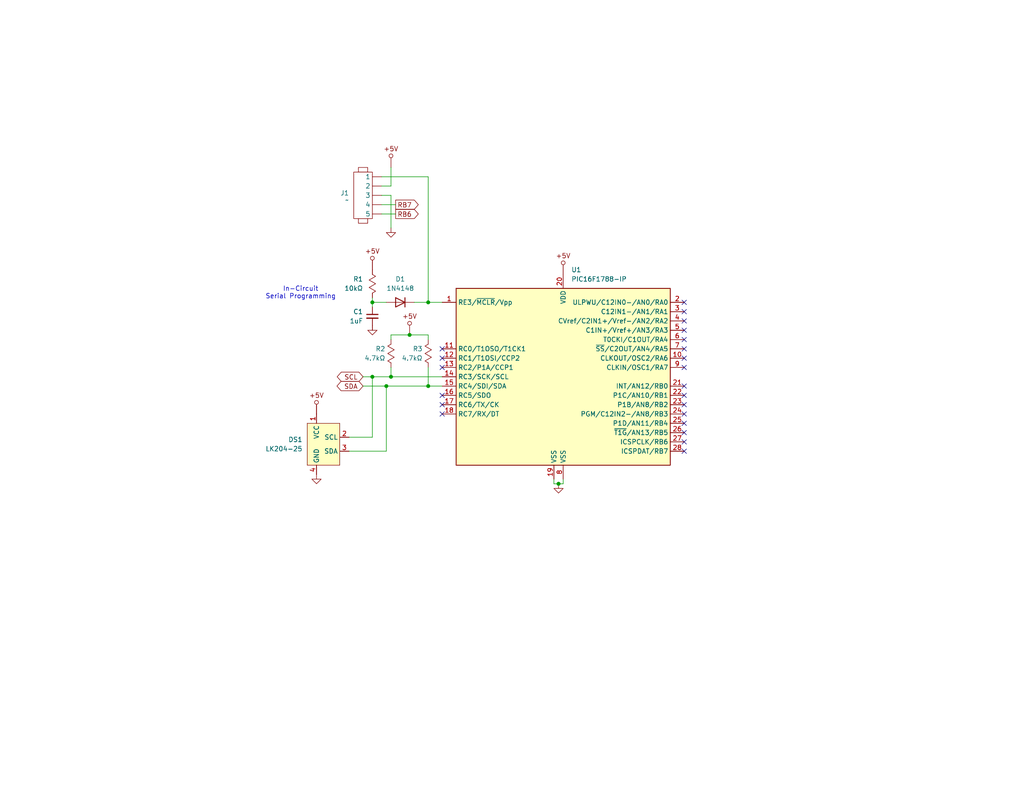
<source format=kicad_sch>
(kicad_sch (version 20231120) (generator "eeschema") (generator_version "8.0")
  (paper "A")
  (title_block (title "Laser Shooting Game Master") (date "2024-12-05") (rev "A"))
  (lib_symbols
    (symbol "AW_Libraries_Power:GND" (power) (pin_numbers hide) (pin_names (offset 0) hide) (in_bom no) (on_board no)
      (symbol "GND_0_1"
        (polyline (pts (xy -1.27 0) (xy 1.27 0) (xy 0 -1.27) (xy -1.27 0)))
      )
      (symbol "GND_1_1"
        (pin input line (at 0 1.27 270) (length 1.27) (name "GND") (number ""))
      )
    )
    (symbol "Device:C_Small" (pin_numbers hide) (pin_names (offset 0.254) hide)
      (property "Reference" "C" (at 0.254 1.778 0))
      (property "Value" "C_Small" (at 0.254 -2.032 0))
      (symbol "C_Small_0_1"
        (polyline (pts (xy -1.524 -0.508) (xy 1.524 -0.508)) (stroke (width 0.3302)))
        (polyline (pts (xy -1.524 0.508) (xy 1.524 0.508)) (stroke (width 0.3048)))
      )
      (symbol "C_Small_1_1"
        (pin passive line (at 0 2.54 270) (length 2.032) (name "~") (number "1"))
        (pin passive line (at 0 -2.54 90) (length 2.032) (name "~") (number "2"))
      )
    )
    (symbol "Diode:1N4148" (pin_numbers hide) (pin_names hide)
      (property "Reference" "D" (at 0 2.54 0))
      (property "Value" "1N4148" (at 0 -2.54 0))
      (symbol "1N4148_0_1"
        (polyline (pts (xy -1.27 1.27) (xy -1.27 -1.27)) (stroke (width 0.254)))
        (polyline (pts (xy 1.27 0) (xy -1.27 0)))
        (polyline (pts (xy 1.27 1.27) (xy 1.27 -1.27) (xy -1.27 0) (xy 1.27 1.27)) (stroke (width 0.254)))
      )
      (symbol "1N4148_1_1"
        (pin passive line (at -3.81 0 0) (length 2.54) (name "K") (number "1"))
        (pin passive line (at 3.81 0 180) (length 2.54) (name "A") (number "2"))
      )
    )
    (symbol "Libraries:+5V" (power) (pin_numbers hide) (pin_names (offset 0)) (in_bom no) (on_board no)
      (symbol "+5V_0_1"
        (circle (center 0 1.905) (radius 0.5236))
      )
      (symbol "+5V_1_0"
        (text "+5V" (at 0 3.81 0) (effects (font (size 1.27 1.27))))
      )
      (symbol "+5V_1_1"
        (pin power_in line (at 0 -1.27 90) (length 2.54) (name "") (number ""))
      )
    )
    (symbol "Libraries:Header_1x5" (pin_numbers hide)
      (property "Reference" "J" (at 0 0 0))
      (symbol "Header_1x5_0_1"
        (rectangle (start -2.54 -2.54) (end 2.54 -15.24))
        (rectangle (start -1.27 -15.24) (end 1.27 -16.51))
        (rectangle (start -1.27 -1.27) (end 1.27 -2.54))
      )
      (symbol "Header_1x5_1_1"
        (pin passive line (at -5.08 -3.81 0) (length 2.54) (name "1") (number "1"))
        (pin passive line (at -5.08 -6.35 0) (length 2.54) (name "2") (number "2"))
        (pin passive line (at -5.08 -8.89 0) (length 2.54) (name "3") (number "3"))
        (pin passive line (at -5.08 -11.43 0) (length 2.54) (name "4") (number "4"))
        (pin passive line (at -5.08 -13.97 0) (length 2.54) (name "5") (number "5"))
      )
    )
    (symbol "Libraries:LK204-25"
      (property "Reference" "DS" (at 0 0 0))
      (property "Value" "LK204-25" (at 0.254 -2.032 0))
      (symbol "LK204-25_1_1"
        (rectangle (start 2.54 -3.81) (end 11.43 -15.24) (fill (type background)))
        (pin power_in line (at 8.89 -1.27 270) (length 2.54) (name "VCC") (number "1"))
        (pin input line (at 0 -7.62 0) (length 2.54) (name "SCL") (number "2"))
        (pin input line (at 0 -11.43 0) (length 2.54) (name "SDA") (number "3"))
        (pin power_in line (at 8.89 -17.78 90) (length 2.54) (name "GND") (number "4"))
      )
    )
    (symbol "Libraries:PIC16F1788"
      (property "Reference" "U" (at 0 0 0))
      (property "Value" "PIC16F1788-IP" (at 6.858 -2.286 0))
      (symbol "PIC16F1788_0_1"
        (rectangle (start -31.75 -3.81) (end 26.67 -52.07) (stroke (width 0.254)) (fill (type background)))
      )
      (symbol "PIC16F1788_1_1"
        (pin bidirectional line (at -35.56 -7.62 0) (length 3.81) (name "RE3/~{MCLR}/Vpp") (number "1"))
        (pin bidirectional line (at 30.48 -22.86 180) (length 3.81) (name "CLKOUT/OSC2/RA6") (number "10"))
        (pin bidirectional line (at -35.56 -20.32 0) (length 3.81) (name "RC0/T1OSO/T1CK1") (number "11"))
        (pin bidirectional line (at -35.56 -22.86 0) (length 3.81) (name "RC1/T1OSI/CCP2") (number "12"))
        (pin bidirectional line (at -35.56 -25.4 0) (length 3.81) (name "RC2/P1A/CCP1") (number "13"))
        (pin bidirectional line (at -35.56 -27.94 0) (length 3.81) (name "RC3/SCK/SCL") (number "14"))
        (pin bidirectional line (at -35.56 -30.48 0) (length 3.81) (name "RC4/SDI/SDA") (number "15"))
        (pin bidirectional line (at -35.56 -33.02 0) (length 3.81) (name "RC5/SDO") (number "16"))
        (pin bidirectional line (at -35.56 -35.56 0) (length 3.81) (name "RC6/TX/CK") (number "17"))
        (pin bidirectional line (at -35.56 -38.1 0) (length 3.81) (name "RC7/RX/DT") (number "18"))
        (pin power_in line (at -5.08 -55.88 90) (length 3.81) (name "VSS") (number "19"))
        (pin bidirectional line (at 30.48 -7.62 180) (length 3.81) (name "ULPWU/C12IN0-/AN0/RA0") (number "2"))
        (pin power_in line (at -2.54 0 270) (length 3.81) (name "VDD") (number "20"))
        (pin bidirectional line (at 30.48 -30.48 180) (length 3.81) (name "INT/AN12/RB0") (number "21"))
        (pin bidirectional line (at 30.48 -33.02 180) (length 3.81) (name "P1C/AN10/RB1") (number "22"))
        (pin bidirectional line (at 30.48 -35.56 180) (length 3.81) (name "P1B/AN8/RB2") (number "23"))
        (pin bidirectional line (at 30.48 -38.1 180) (length 3.81) (name "PGM/C12IN2-/AN8/RB3") (number "24"))
        (pin bidirectional line (at 30.48 -40.64 180) (length 3.81) (name "P1D/AN11/RB4") (number "25"))
        (pin bidirectional line (at 30.48 -43.18 180) (length 3.81) (name "~{T1G}/AN13/RB5") (number "26"))
        (pin bidirectional line (at 30.48 -45.72 180) (length 3.81) (name "ICSPCLK/RB6") (number "27"))
        (pin bidirectional line (at 30.48 -48.26 180) (length 3.81) (name "ICSPDAT/RB7") (number "28"))
        (pin bidirectional line (at 30.48 -10.16 180) (length 3.81) (name "C12IN1-/AN1/RA1") (number "3"))
        (pin bidirectional line (at 30.48 -12.7 180) (length 3.81) (name "CVref/C2IN1+/Vref-/AN2/RA2") (number "4"))
        (pin bidirectional line (at 30.48 -15.24 180) (length 3.81) (name "C1IN+/Vref+/AN3/RA3") (number "5"))
        (pin bidirectional line (at 30.48 -17.78 180) (length 3.81) (name "T0CKI/C1OUT/RA4") (number "6"))
        (pin bidirectional line (at 30.48 -20.32 180) (length 3.81) (name "~{SS}/C2OUT/AN4/RA5") (number "7"))
        (pin power_in line (at -2.54 -55.88 90) (length 3.81) (name "VSS") (number "8"))
        (pin input line (at 30.48 -25.4 180) (length 3.81) (name "CLKIN/OSC1/RA7") (number "9"))
      )
    )
    (symbol "Libraries:R_Custom" (pin_numbers hide) (pin_names (offset 1.016) hide)
      (property "Reference" "R1" (at 0 6.35 0))
      (property "Value" "RΩ" (at 0 3.81 0))
      (symbol "R_Custom_0_1"
        (polyline (pts (xy -2.54 0) (xy -2.032 0.889) (xy -1.524 0) (xy -1.016 -0.889) (xy -0.508 0) (xy 0 0.889) (xy 0.508 0) (xy 1.016 -0.889) (xy 1.524 0) (xy 2.032 0.889) (xy 2.54 0)))
      )
      (symbol "R_Custom_1_1"
        (pin passive line (at -3.81 0 0) (length 1.27) (name "") (number "1"))
        (pin passive line (at 3.81 0 180) (length 1.27) (name "") (number "2"))
      )
    )
    (symbol "power:GND" (power) (pin_names (offset 0))
      (property "Value" "GND" (at 0 -3.81 0))
      (symbol "GND_0_1"
        (polyline (pts (xy 0 0) (xy 0 -1.27) (xy 1.27 -1.27) (xy 0 -2.54) (xy -1.27 -1.27) (xy 0 -1.27)))
      )
      (symbol "GND_1_1"
        (pin power_in line (at 0 0 270) (length 0) hide (name "GND") (number "1"))
      )
    )
  )
  (junction (at 101.6 102.87))
  (junction (at 116.84 105.41))
  (junction (at 152.4 132.08))
  (junction (at 106.68 102.87))
  (junction (at 111.76 91.44))
  (junction (at 116.84 82.55))
  (junction (at 101.6 82.55))
  (junction (at 105.41 105.41))
  (no_connect (at 186.69 90.17))
  (no_connect (at 120.65 97.79))
  (no_connect (at 120.65 113.03))
  (no_connect (at 186.69 123.19))
  (no_connect (at 186.69 95.25))
  (no_connect (at 186.69 87.63))
  (no_connect (at 186.69 110.49))
  (no_connect (at 120.65 95.25))
  (no_connect (at 186.69 113.03))
  (no_connect (at 186.69 105.41))
  (no_connect (at 186.69 107.95))
  (no_connect (at 186.69 85.09))
  (no_connect (at 186.69 115.57))
  (no_connect (at 186.69 92.71))
  (no_connect (at 186.69 120.65))
  (no_connect (at 120.65 107.95))
  (no_connect (at 120.65 110.49))
  (no_connect (at 186.69 97.79))
  (no_connect (at 186.69 100.33))
  (no_connect (at 186.69 82.55))
  (no_connect (at 120.65 100.33))
  (no_connect (at 186.69 118.11))
  (wire (pts (xy 116.84 82.55) (xy 113.03 82.55)))
  (wire (pts (xy 105.41 82.55) (xy 101.6 82.55)))
  (wire (pts (xy 106.68 100.33) (xy 106.68 102.87)))
  (wire (pts (xy 101.6 81.28) (xy 101.6 82.55)))
  (wire (pts (xy 111.76 91.44) (xy 116.84 91.44)))
  (wire (pts (xy 120.65 82.55) (xy 116.84 82.55)))
  (wire (pts (xy 152.4 132.08) (xy 151.13 132.08)))
  (wire (pts (xy 104.14 58.42) (xy 107.95 58.42)))
  (wire (pts (xy 151.13 132.08) (xy 151.13 130.81)))
  (wire (pts (xy 99.06 105.41) (xy 105.41 105.41)))
  (wire (pts (xy 105.41 123.19) (xy 105.41 105.41)))
  (wire (pts (xy 95.25 119.38) (xy 101.6 119.38)))
  (wire (pts (xy 101.6 119.38) (xy 101.6 102.87)))
  (wire (pts (xy 153.67 130.81) (xy 153.67 132.08)))
  (wire (pts (xy 99.06 102.87) (xy 101.6 102.87)))
  (wire (pts (xy 116.84 48.26) (xy 116.84 82.55)))
  (wire (pts (xy 101.6 102.87) (xy 106.68 102.87)))
  (wire (pts (xy 101.6 82.55) (xy 101.6 83.82)))
  (wire (pts (xy 104.14 53.34) (xy 106.68 53.34)))
  (wire (pts (xy 104.14 48.26) (xy 116.84 48.26)))
  (wire (pts (xy 104.14 50.8) (xy 106.68 50.8)))
  (wire (pts (xy 116.84 91.44) (xy 116.84 92.71)))
  (wire (pts (xy 106.68 53.34) (xy 106.68 62.23)))
  (wire (pts (xy 106.68 102.87) (xy 120.65 102.87)))
  (wire (pts (xy 106.68 45.72) (xy 106.68 50.8)))
  (wire (pts (xy 104.14 55.88) (xy 107.95 55.88)))
  (wire (pts (xy 95.25 123.19) (xy 105.41 123.19)))
  (wire (pts (xy 153.67 132.08) (xy 152.4 132.08)))
  (wire (pts (xy 106.68 92.71) (xy 106.68 91.44)))
  (wire (pts (xy 116.84 100.33) (xy 116.84 105.41)))
  (wire (pts (xy 106.68 91.44) (xy 111.76 91.44)))
  (wire (pts (xy 116.84 105.41) (xy 120.65 105.41)))
  (wire (pts (xy 105.41 105.41) (xy 116.84 105.41)))
  (text "In-Circuit\nSerial Programming" (at 82.042 80.01 0) (effects (font (size 1.27 1.27))))
  (global_label "RB6" (shape output) (at 107.95 58.42 0) (property "Intersheetrefs" "${INTERSHEET_REFS}" (effects (hide yes))))
  (global_label "SCL" (shape bidirectional) (at 99.06 102.87 180) (property "Intersheetrefs" "${INTERSHEET_REFS}" (effects (hide yes))))
  (global_label "RB7" (shape output) (at 107.95 55.88 0) (property "Intersheetrefs" "${INTERSHEET_REFS}" (effects (hide yes))))
  (global_label "SDA" (shape bidirectional) (at 99.06 105.41 180) (property "Intersheetrefs" "${INTERSHEET_REFS}" (effects (hide yes))))
  (symbol (lib_id "power:GND") (at 152.4 132.08 0) (unit 1)
    (property "Reference" "#PWR01" (effects (hide yes)))
    (property "Value" "GND" (effects (hide yes)))
    (property "Description" "Power symbol creates a global label with name \"GND\" , ground" (effects (hide yes)))
  )
  (symbol (lib_id "Libraries:Header_1x5") (at 99.06 44.45 0) (mirror y) (unit 1)
    (property "Reference" "J1" (at 95.25 52.7049 0) (effects (justify left)))
    (property "Value" "~" (at 95.25 54.61 0) (effects (justify left)))
  )
  (symbol (lib_id "Libraries:R_Custom") (at 116.84 96.52 90) (mirror x) (unit 1)
    (property "Reference" "R3" (at 115.316 95.25 90) (effects (justify left)))
    (property "Value" "4.7kΩ" (at 115.316 97.79 90) (effects (justify left)))
    (property "Description" "Custom Resistor" (effects (hide yes)))
  )
  (symbol (lib_id "Libraries:+5V") (at 153.67 73.66 0) (unit 1) (in_bom no) (on_board no)
    (property "Reference" "+5V01" (effects (hide yes)))
    (property "Value" "+5V" (effects (hide yes)))
  )
  (symbol (lib_id "Libraries:R_Custom") (at 101.6 77.47 270) (mirror x) (unit 1)
    (property "Reference" "R1" (at 99.06 76.1999 90) (effects (justify right)))
    (property "Value" "10kΩ" (at 99.06 78.7399 90) (effects (justify right)))
    (property "Description" "Custom Resistor" (effects (hide yes)))
  )
  (symbol (lib_id "Libraries:PIC16F1788") (at 156.21 74.93 0) (unit 1)
    (property "Reference" "U1" (at 155.8641 73.66 0) (effects (justify left)))
    (property "Value" "PIC16F1788-IP" (at 155.8641 76.2 0) (effects (justify left)))
    (property "Description" "ABIN-COUT" (effects (hide yes)))
  )
  (symbol (lib_id "Libraries:LK204-25") (at 95.25 111.76 0) (mirror y) (unit 1)
    (property "Reference" "DS1" (at 82.55 120.0149 0) (effects (justify left)))
    (property "Value" "LK204-25" (at 82.55 122.5549 0) (effects (justify left)))
  )
  (symbol (lib_id "power:GND") (at 86.36 129.54 0) (unit 1)
    (property "Reference" "#PWR02" (effects (hide yes)))
    (property "Value" "GND" (effects (hide yes)))
    (property "Description" "Power symbol creates a global label with name \"GND\" , ground" (effects (hide yes)))
  )
  (symbol (lib_id "Libraries:+5V") (at 101.6 72.39 0) (mirror y) (unit 1) (in_bom no) (on_board no)
    (property "Reference" "+5V07" (effects (hide yes)))
    (property "Value" "+5V" (effects (hide yes)))
  )
  (symbol (lib_id "AW_Libraries_Power:GND") (at 101.6 90.17 0) (mirror y) (unit 1) (in_bom no) (on_board no)
    (property "Reference" "#PWR05" (effects (hide yes)))
    (property "Value" "GND" (effects (hide yes)))
  )
  (symbol (lib_id "Device:C_Small") (at 101.6 86.36 0) (mirror y) (unit 1)
    (property "Reference" "C1" (at 99.06 85.0962 0) (effects (justify left)))
    (property "Value" "1uF" (at 99.06 87.6362 0) (effects (justify left)))
    (property "Description" "Unpolarized capacitor, small symbol" (effects (hide yes)))
  )
  (symbol (lib_id "Libraries:R_Custom") (at 106.68 96.52 90) (mirror x) (unit 1)
    (property "Reference" "R2" (at 105.156 95.25 90) (effects (justify left)))
    (property "Value" "4.7kΩ" (at 105.156 97.79 90) (effects (justify left)))
    (property "Description" "Custom Resistor" (effects (hide yes)))
  )
  (symbol (lib_id "Libraries:+5V") (at 86.36 111.76 0) (unit 1) (in_bom no) (on_board no)
    (property "Reference" "+5V02" (effects (hide yes)))
    (property "Value" "+5V" (effects (hide yes)))
  )
  (symbol (lib_id "AW_Libraries_Power:GND") (at 106.68 63.5 0) (unit 1) (in_bom no) (on_board no)
    (property "Reference" "#PWR04" (effects (hide yes)))
    (property "Value" "GND" (effects (hide yes)))
  )
  (symbol (lib_id "Libraries:+5V") (at 106.68 44.45 0) (unit 1) (in_bom no) (on_board no)
    (property "Reference" "+5V06" (effects (hide yes)))
    (property "Value" "+5V" (effects (hide yes)))
  )
  (symbol (lib_id "Diode:1N4148") (at 109.22 82.55 0) (mirror y) (unit 1)
    (property "Reference" "D1" (at 109.22 76.2 0))
    (property "Value" "1N4148" (at 109.22 78.74 0))
    (property "Footprint" "Diode_THT:D_DO-35_SOD27_P7.62mm_Horizontal" (effects (hide yes)))
    (property "Datasheet" "https://assets.nexperia.com/documents/data-sheet/1N4148_1N4448.pdf" (effects (hide yes)))
    (property "Description" "100V 0.15A standard switching diode, DO-35" (effects (hide yes)))
    (property "Sim.Device" "D" (effects (hide yes)))
    (property "Sim.Pins" "1=K 2=A" (effects (hide yes)))
  )
  (symbol (lib_id "Libraries:+5V") (at 111.76 90.17 0) (unit 1) (in_bom no) (on_board no)
    (property "Reference" "+5V03" (effects (hide yes)))
    (property "Value" "+5V" (effects (hide yes)))
  )
)
</source>
